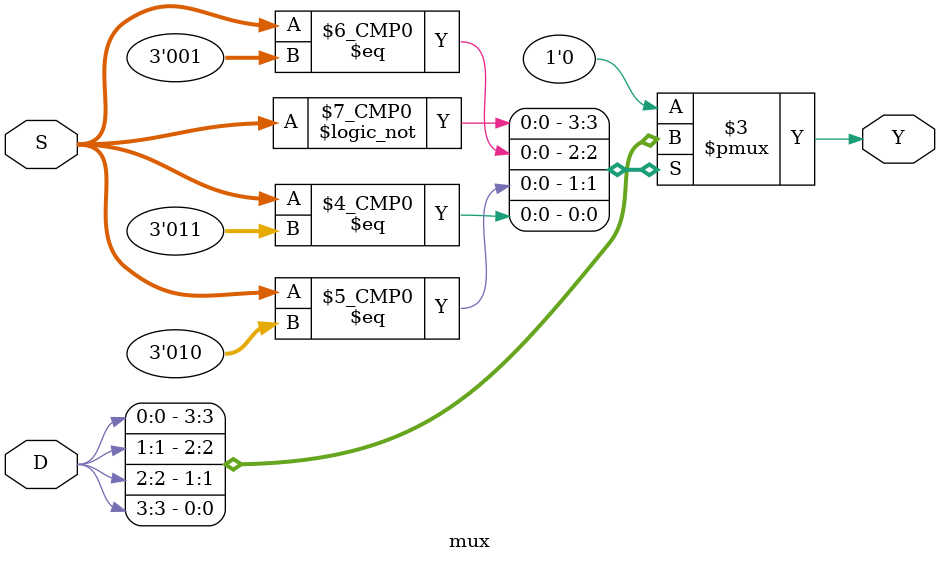
<source format=v>
module mux(D,S,Y);
 input [7:0]D;
 input [2:0]S;
 output reg Y;
 always @(*)
 begin
	 case(S)
		 2'b000 : begin
			 Y = D[0];
		 end

		 2'b001 : begin
			 Y = D[1];
		 end

		 2'b010 : begin
			 Y = D[2];
		 end

		 2'b011 : begin
			 Y = D[3];
		 end

		 2'b100 : begin
			 Y = D[4];
		 end

		 2'b101 : begin
			 Y = D[5];
		 end

		 2'b110 : begin
			 Y = D[6];
		 end

		 2'b111 : begin
			 Y = D[7];
		 end
		 default : Y =1'b0;
	 endcase
 end
 endmodule



</source>
